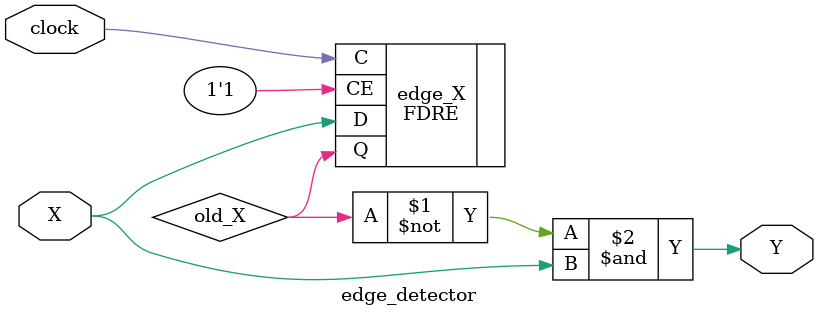
<source format=v>
`timescale 1ns / 1ps


module edge_detector(
    input clock,
    input X,
    output Y
    );
    //EDGE DETECTION
    wire old_X;
    FDRE edge_X (.C(clock), .CE(1'b1), .D(X), .Q(old_X));
    assign Y = ~old_X&X;
    //Edge detection over
endmodule

</source>
